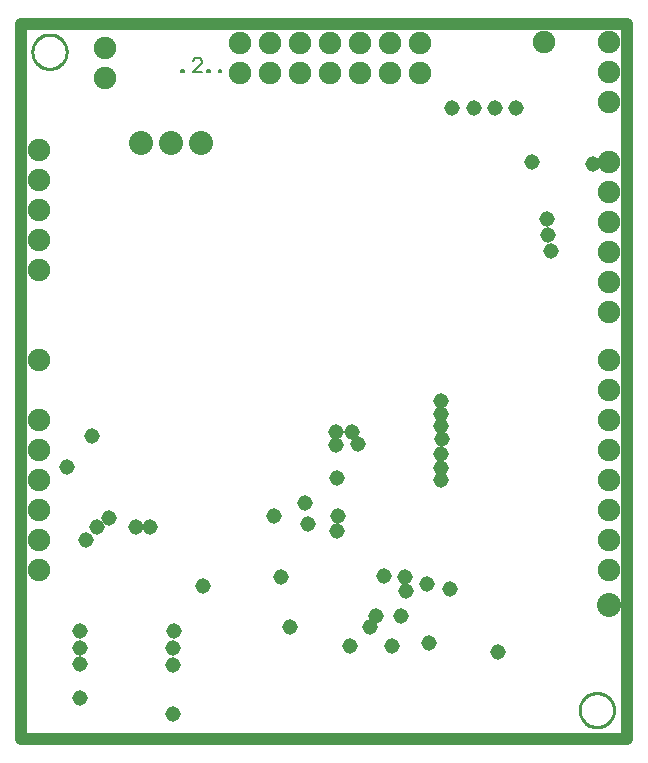
<source format=gbr>
%FSTAX23Y23*%
%MOMM*%
%SFA1B1*%

%IPPOS*%
%ADD10C,0.253999*%
%ADD40C,0.150000*%
%ADD50C,1.015998*%
%ADD51C,1.915996*%
%ADD52C,2.031996*%
%ADD53C,2.035996*%
%ADD54C,1.315997*%
G54D10*
X50175Y02424D02*
D01*
X50171Y02526*
X50161Y02626*
X50143Y02726*
X50119Y02824*
X50087Y0292*
X50049Y03014*
X50005Y03105*
X49954Y03193*
X49898Y03277*
X49835Y03357*
X49768Y03432*
X49695Y03502*
X49617Y03567*
X49535Y03627*
X4945Y0368*
X4936Y03728*
X49268Y03769*
X49173Y03804*
X49075Y03832*
X48976Y03853*
X48876Y03867*
X48775Y03874*
X48674*
X48573Y03867*
X48473Y03853*
X48374Y03832*
X48276Y03804*
X48181Y03769*
X48089Y03728*
X47999Y0368*
X47914Y03627*
X47832Y03567*
X47754Y03502*
X47681Y03432*
X47614Y03357*
X47551Y03277*
X47495Y03193*
X47444Y03105*
X474Y03014*
X47362Y0292*
X4733Y02824*
X47306Y02726*
X47288Y02626*
X47278Y02526*
X47274Y02424*
X47278Y02323*
X47288Y02223*
X47306Y02123*
X4733Y02025*
X47362Y01928*
X474Y01835*
X47444Y01744*
X47495Y01656*
X47551Y01572*
X47614Y01492*
X47681Y01417*
X47754Y01347*
X47832Y01282*
X47914Y01222*
X47999Y01169*
X48089Y01121*
X48181Y0108*
X48276Y01045*
X48374Y01017*
X48473Y00996*
X48573Y00982*
X48674Y00975*
X48775*
X48876Y00982*
X48976Y00996*
X49075Y01017*
X49173Y01045*
X49268Y0108*
X4936Y01121*
X4945Y01169*
X49535Y01222*
X49617Y01282*
X49695Y01347*
X49768Y01417*
X49835Y01492*
X49898Y01572*
X49954Y01656*
X50005Y01744*
X50049Y01835*
X50087Y01928*
X50119Y02025*
X50143Y02123*
X50161Y02223*
X50171Y02323*
X50175Y02424*
X03825Y58174D02*
D01*
X03821Y58276*
X03811Y58376*
X03793Y58476*
X03769Y58574*
X03737Y5867*
X03699Y58764*
X03655Y58855*
X03604Y58943*
X03548Y59027*
X03485Y59107*
X03418Y59182*
X03345Y59252*
X03267Y59317*
X03185Y59377*
X031Y5943*
X0301Y59478*
X02918Y59519*
X02823Y59554*
X02725Y59582*
X02626Y59603*
X02526Y59617*
X02425Y59624*
X02324*
X02223Y59617*
X02123Y59603*
X02024Y59582*
X01926Y59554*
X01831Y59519*
X01739Y59478*
X01649Y5943*
X01564Y59377*
X01482Y59317*
X01404Y59252*
X01331Y59182*
X01264Y59107*
X01201Y59027*
X01145Y58943*
X01094Y58855*
X0105Y58764*
X01012Y5867*
X0098Y58574*
X00956Y58476*
X00938Y58376*
X00928Y58276*
X00924Y58174*
X00928Y58073*
X00938Y57973*
X00956Y57873*
X0098Y57775*
X01012Y57678*
X0105Y57585*
X01094Y57494*
X01145Y57406*
X01201Y57322*
X01264Y57242*
X01331Y57167*
X01404Y57097*
X01482Y57032*
X01564Y56972*
X01649Y56919*
X01739Y56871*
X01831Y5683*
X01926Y56795*
X02024Y56767*
X02123Y56746*
X02223Y56732*
X02324Y56725*
X02425*
X02526Y56732*
X02626Y56746*
X02725Y56767*
X02823Y56795*
X02918Y5683*
X0301Y56871*
X031Y56919*
X03185Y56972*
X03267Y57032*
X03345Y57097*
X03418Y57167*
X03485Y57242*
X03548Y57322*
X03604Y57406*
X03655Y57494*
X03699Y57585*
X03737Y57678*
X03769Y57775*
X03793Y57873*
X03811Y57973*
X03821Y58073*
X03825Y58174*
G54D40*
X13524Y56424D02*
Y56624D01*
X13724*
Y56424*
X13524*
X15324D02*
X14524D01*
X15324Y57224*
Y57424*
X15124Y57624*
X14724*
X14524Y57424*
X15724Y56424D02*
Y56624D01*
X15924*
Y56424*
X15724*
X16723D02*
Y56624D01*
X16923*
Y56424*
X16723*
G54D50*
X0Y0D02*
Y60499D01*
X51259*
Y0D02*
Y60499D01*
X0Y0D02*
X51259D01*
G54D51*
X44259Y58999D03*
X07099Y55984D03*
Y58524D03*
X49759Y14299D03*
Y16839D03*
Y19379D03*
Y21919D03*
Y24459D03*
Y26999D03*
Y29539D03*
Y32079D03*
X01499Y26999D03*
Y24459D03*
Y21919D03*
Y19379D03*
Y16839D03*
Y14299D03*
X49759Y41219D03*
Y58999D03*
Y56459D03*
Y53919D03*
Y48839D03*
Y46299D03*
Y43759D03*
Y38679D03*
Y36139D03*
X01499Y49859D03*
Y47319D03*
Y44779D03*
Y42239D03*
Y39699D03*
Y32079D03*
X18499Y56399D03*
Y58939D03*
X21039Y56399D03*
Y58939D03*
X23579Y56399D03*
Y58939D03*
X26119Y56399D03*
Y58939D03*
X28659Y56399D03*
Y58939D03*
X31199Y56399D03*
Y58939D03*
X33739Y56399D03*
Y58939D03*
G54D52*
X49759Y11324D03*
G54D53*
X10149Y50449D03*
X12689D03*
X15229D03*
G54D54*
X05999Y25649D03*
X03899Y22999D03*
X23999Y19999D03*
X35499Y21899D03*
Y22899D03*
X35599Y254D03*
X35499Y24099D03*
X36474Y53399D03*
X35499Y26499D03*
Y27499D03*
Y28599D03*
X41899Y53399D03*
X40091D03*
X38283D03*
X26599Y25999D03*
Y24899D03*
X10899Y17899D03*
X44599Y42699D03*
X44799Y41299D03*
X28499Y24999D03*
X27999Y25999D03*
X07399Y18699D03*
X06399Y17899D03*
X05499Y16799D03*
X04999Y09099D03*
Y07699D03*
X44499Y43999D03*
X04999Y06324D03*
X26699Y22099D03*
X09699Y17899D03*
X04999Y03499D03*
X48399Y48699D03*
X43199Y48799D03*
X29999Y10399D03*
X29499Y09499D03*
X32512Y13699D03*
X21374Y18874D03*
X24249Y18174D03*
X34474Y08149D03*
X26724Y17599D03*
X15374Y12924D03*
X32574Y12549D03*
X34374Y13149D03*
X36324Y12649D03*
X32174Y10374D03*
X27799Y07824D03*
X21999Y13724D03*
X22774Y09449D03*
X31349Y07874D03*
X26799Y18849D03*
X40349Y07374D03*
X30699Y13749D03*
X12899Y09099D03*
X12874Y07674D03*
Y06274D03*
Y02074D03*
M02*
</source>
